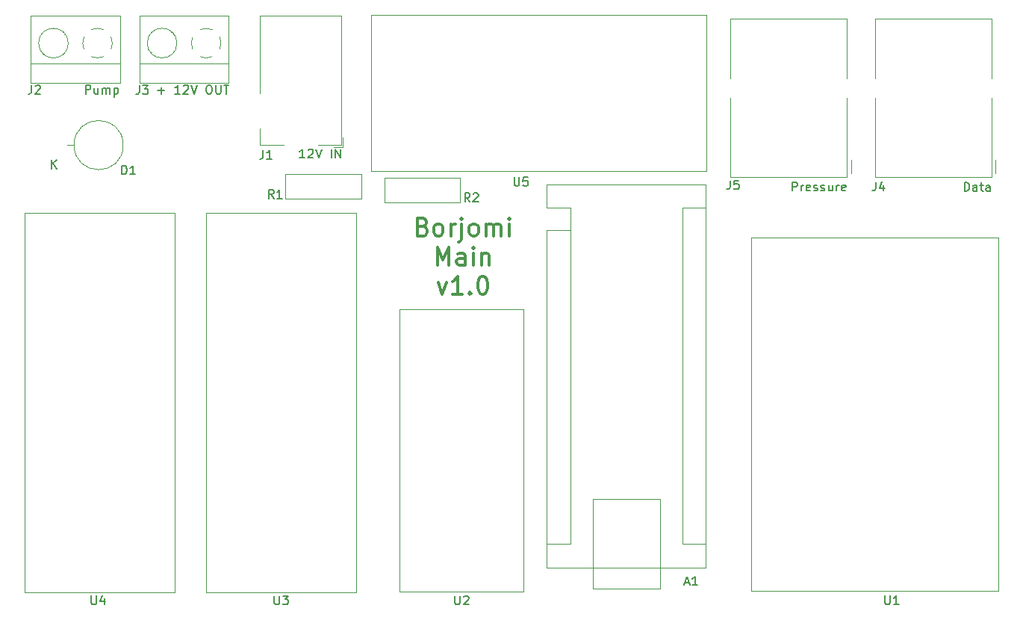
<source format=gto>
G04 #@! TF.GenerationSoftware,KiCad,Pcbnew,5.1.2-f72e74a~84~ubuntu18.04.1*
G04 #@! TF.CreationDate,2019-06-19T00:04:43+03:00*
G04 #@! TF.ProjectId,Borjomi-Main,426f726a-6f6d-4692-9d4d-61696e2e6b69,rev?*
G04 #@! TF.SameCoordinates,Original*
G04 #@! TF.FileFunction,Legend,Top*
G04 #@! TF.FilePolarity,Positive*
%FSLAX46Y46*%
G04 Gerber Fmt 4.6, Leading zero omitted, Abs format (unit mm)*
G04 Created by KiCad (PCBNEW 5.1.2-f72e74a~84~ubuntu18.04.1) date 2019-06-19 00:04:43*
%MOMM*%
%LPD*%
G04 APERTURE LIST*
%ADD10C,0.300000*%
%ADD11C,0.150000*%
%ADD12C,0.120000*%
%ADD13C,0.100000*%
G04 APERTURE END LIST*
D10*
X158311151Y-98903902D02*
X158596865Y-98999140D01*
X158692103Y-99094379D01*
X158787341Y-99284855D01*
X158787341Y-99570569D01*
X158692103Y-99761045D01*
X158596865Y-99856283D01*
X158406389Y-99951521D01*
X157644484Y-99951521D01*
X157644484Y-97951521D01*
X158311151Y-97951521D01*
X158501627Y-98046760D01*
X158596865Y-98141998D01*
X158692103Y-98332474D01*
X158692103Y-98522950D01*
X158596865Y-98713426D01*
X158501627Y-98808664D01*
X158311151Y-98903902D01*
X157644484Y-98903902D01*
X159930199Y-99951521D02*
X159739722Y-99856283D01*
X159644484Y-99761045D01*
X159549246Y-99570569D01*
X159549246Y-98999140D01*
X159644484Y-98808664D01*
X159739722Y-98713426D01*
X159930199Y-98618188D01*
X160215913Y-98618188D01*
X160406389Y-98713426D01*
X160501627Y-98808664D01*
X160596865Y-98999140D01*
X160596865Y-99570569D01*
X160501627Y-99761045D01*
X160406389Y-99856283D01*
X160215913Y-99951521D01*
X159930199Y-99951521D01*
X161454008Y-99951521D02*
X161454008Y-98618188D01*
X161454008Y-98999140D02*
X161549246Y-98808664D01*
X161644484Y-98713426D01*
X161834960Y-98618188D01*
X162025437Y-98618188D01*
X162692103Y-98618188D02*
X162692103Y-100332474D01*
X162596865Y-100522950D01*
X162406389Y-100618188D01*
X162311151Y-100618188D01*
X162692103Y-97951521D02*
X162596865Y-98046760D01*
X162692103Y-98141998D01*
X162787341Y-98046760D01*
X162692103Y-97951521D01*
X162692103Y-98141998D01*
X163930199Y-99951521D02*
X163739722Y-99856283D01*
X163644484Y-99761045D01*
X163549246Y-99570569D01*
X163549246Y-98999140D01*
X163644484Y-98808664D01*
X163739722Y-98713426D01*
X163930199Y-98618188D01*
X164215913Y-98618188D01*
X164406389Y-98713426D01*
X164501627Y-98808664D01*
X164596865Y-98999140D01*
X164596865Y-99570569D01*
X164501627Y-99761045D01*
X164406389Y-99856283D01*
X164215913Y-99951521D01*
X163930199Y-99951521D01*
X165454008Y-99951521D02*
X165454008Y-98618188D01*
X165454008Y-98808664D02*
X165549246Y-98713426D01*
X165739722Y-98618188D01*
X166025437Y-98618188D01*
X166215913Y-98713426D01*
X166311151Y-98903902D01*
X166311151Y-99951521D01*
X166311151Y-98903902D02*
X166406389Y-98713426D01*
X166596865Y-98618188D01*
X166882580Y-98618188D01*
X167073056Y-98713426D01*
X167168294Y-98903902D01*
X167168294Y-99951521D01*
X168120675Y-99951521D02*
X168120675Y-98618188D01*
X168120675Y-97951521D02*
X168025437Y-98046760D01*
X168120675Y-98141998D01*
X168215913Y-98046760D01*
X168120675Y-97951521D01*
X168120675Y-98141998D01*
X159930199Y-103251521D02*
X159930199Y-101251521D01*
X160596865Y-102680093D01*
X161263532Y-101251521D01*
X161263532Y-103251521D01*
X163073056Y-103251521D02*
X163073056Y-102203902D01*
X162977818Y-102013426D01*
X162787341Y-101918188D01*
X162406389Y-101918188D01*
X162215913Y-102013426D01*
X163073056Y-103156283D02*
X162882580Y-103251521D01*
X162406389Y-103251521D01*
X162215913Y-103156283D01*
X162120675Y-102965807D01*
X162120675Y-102775331D01*
X162215913Y-102584855D01*
X162406389Y-102489617D01*
X162882580Y-102489617D01*
X163073056Y-102394379D01*
X164025437Y-103251521D02*
X164025437Y-101918188D01*
X164025437Y-101251521D02*
X163930199Y-101346760D01*
X164025437Y-101441998D01*
X164120675Y-101346760D01*
X164025437Y-101251521D01*
X164025437Y-101441998D01*
X164977818Y-101918188D02*
X164977818Y-103251521D01*
X164977818Y-102108664D02*
X165073056Y-102013426D01*
X165263532Y-101918188D01*
X165549246Y-101918188D01*
X165739722Y-102013426D01*
X165834960Y-102203902D01*
X165834960Y-103251521D01*
X160025437Y-105218188D02*
X160501627Y-106551521D01*
X160977818Y-105218188D01*
X162787341Y-106551521D02*
X161644484Y-106551521D01*
X162215913Y-106551521D02*
X162215913Y-104551521D01*
X162025437Y-104837236D01*
X161834960Y-105027712D01*
X161644484Y-105122950D01*
X163644484Y-106361045D02*
X163739722Y-106456283D01*
X163644484Y-106551521D01*
X163549246Y-106456283D01*
X163644484Y-106361045D01*
X163644484Y-106551521D01*
X164977818Y-104551521D02*
X165168294Y-104551521D01*
X165358770Y-104646760D01*
X165454008Y-104741998D01*
X165549246Y-104932474D01*
X165644484Y-105313426D01*
X165644484Y-105789617D01*
X165549246Y-106170569D01*
X165454008Y-106361045D01*
X165358770Y-106456283D01*
X165168294Y-106551521D01*
X164977818Y-106551521D01*
X164787341Y-106456283D01*
X164692103Y-106361045D01*
X164596865Y-106170569D01*
X164501627Y-105789617D01*
X164501627Y-105313426D01*
X164596865Y-104932474D01*
X164692103Y-104741998D01*
X164787341Y-104646760D01*
X164977818Y-104551521D01*
D11*
X219700339Y-94881960D02*
X219700339Y-93881960D01*
X219938434Y-93881960D01*
X220081291Y-93929580D01*
X220176529Y-94024818D01*
X220224148Y-94120056D01*
X220271767Y-94310532D01*
X220271767Y-94453389D01*
X220224148Y-94643865D01*
X220176529Y-94739103D01*
X220081291Y-94834341D01*
X219938434Y-94881960D01*
X219700339Y-94881960D01*
X221128910Y-94881960D02*
X221128910Y-94358151D01*
X221081291Y-94262913D01*
X220986053Y-94215294D01*
X220795577Y-94215294D01*
X220700339Y-94262913D01*
X221128910Y-94834341D02*
X221033672Y-94881960D01*
X220795577Y-94881960D01*
X220700339Y-94834341D01*
X220652720Y-94739103D01*
X220652720Y-94643865D01*
X220700339Y-94548627D01*
X220795577Y-94501008D01*
X221033672Y-94501008D01*
X221128910Y-94453389D01*
X221462243Y-94215294D02*
X221843196Y-94215294D01*
X221605100Y-93881960D02*
X221605100Y-94739103D01*
X221652720Y-94834341D01*
X221747958Y-94881960D01*
X221843196Y-94881960D01*
X222605100Y-94881960D02*
X222605100Y-94358151D01*
X222557481Y-94262913D01*
X222462243Y-94215294D01*
X222271767Y-94215294D01*
X222176529Y-94262913D01*
X222605100Y-94834341D02*
X222509862Y-94881960D01*
X222271767Y-94881960D01*
X222176529Y-94834341D01*
X222128910Y-94739103D01*
X222128910Y-94643865D01*
X222176529Y-94548627D01*
X222271767Y-94501008D01*
X222509862Y-94501008D01*
X222605100Y-94453389D01*
X200200000Y-94846400D02*
X200200000Y-93846400D01*
X200580952Y-93846400D01*
X200676190Y-93894020D01*
X200723809Y-93941639D01*
X200771428Y-94036877D01*
X200771428Y-94179734D01*
X200723809Y-94274972D01*
X200676190Y-94322591D01*
X200580952Y-94370210D01*
X200200000Y-94370210D01*
X201200000Y-94846400D02*
X201200000Y-94179734D01*
X201200000Y-94370210D02*
X201247619Y-94274972D01*
X201295238Y-94227353D01*
X201390476Y-94179734D01*
X201485714Y-94179734D01*
X202200000Y-94798781D02*
X202104761Y-94846400D01*
X201914285Y-94846400D01*
X201819047Y-94798781D01*
X201771428Y-94703543D01*
X201771428Y-94322591D01*
X201819047Y-94227353D01*
X201914285Y-94179734D01*
X202104761Y-94179734D01*
X202200000Y-94227353D01*
X202247619Y-94322591D01*
X202247619Y-94417829D01*
X201771428Y-94513067D01*
X202628571Y-94798781D02*
X202723809Y-94846400D01*
X202914285Y-94846400D01*
X203009523Y-94798781D01*
X203057142Y-94703543D01*
X203057142Y-94655924D01*
X203009523Y-94560686D01*
X202914285Y-94513067D01*
X202771428Y-94513067D01*
X202676190Y-94465448D01*
X202628571Y-94370210D01*
X202628571Y-94322591D01*
X202676190Y-94227353D01*
X202771428Y-94179734D01*
X202914285Y-94179734D01*
X203009523Y-94227353D01*
X203438095Y-94798781D02*
X203533333Y-94846400D01*
X203723809Y-94846400D01*
X203819047Y-94798781D01*
X203866666Y-94703543D01*
X203866666Y-94655924D01*
X203819047Y-94560686D01*
X203723809Y-94513067D01*
X203580952Y-94513067D01*
X203485714Y-94465448D01*
X203438095Y-94370210D01*
X203438095Y-94322591D01*
X203485714Y-94227353D01*
X203580952Y-94179734D01*
X203723809Y-94179734D01*
X203819047Y-94227353D01*
X204723809Y-94179734D02*
X204723809Y-94846400D01*
X204295238Y-94179734D02*
X204295238Y-94703543D01*
X204342857Y-94798781D01*
X204438095Y-94846400D01*
X204580952Y-94846400D01*
X204676190Y-94798781D01*
X204723809Y-94751162D01*
X205200000Y-94846400D02*
X205200000Y-94179734D01*
X205200000Y-94370210D02*
X205247619Y-94274972D01*
X205295238Y-94227353D01*
X205390476Y-94179734D01*
X205485714Y-94179734D01*
X206200000Y-94798781D02*
X206104761Y-94846400D01*
X205914285Y-94846400D01*
X205819047Y-94798781D01*
X205771428Y-94703543D01*
X205771428Y-94322591D01*
X205819047Y-94227353D01*
X205914285Y-94179734D01*
X206104761Y-94179734D01*
X206200000Y-94227353D01*
X206247619Y-94322591D01*
X206247619Y-94417829D01*
X205771428Y-94513067D01*
X144905315Y-91122760D02*
X144333886Y-91122760D01*
X144619600Y-91122760D02*
X144619600Y-90122760D01*
X144524362Y-90265618D01*
X144429124Y-90360856D01*
X144333886Y-90408475D01*
X145286267Y-90217999D02*
X145333886Y-90170380D01*
X145429124Y-90122760D01*
X145667220Y-90122760D01*
X145762458Y-90170380D01*
X145810077Y-90217999D01*
X145857696Y-90313237D01*
X145857696Y-90408475D01*
X145810077Y-90551332D01*
X145238648Y-91122760D01*
X145857696Y-91122760D01*
X146143410Y-90122760D02*
X146476743Y-91122760D01*
X146810077Y-90122760D01*
X147905315Y-91122760D02*
X147905315Y-90122760D01*
X148381505Y-91122760D02*
X148381505Y-90122760D01*
X148952934Y-91122760D01*
X148952934Y-90122760D01*
X128254619Y-83474868D02*
X129016523Y-83474868D01*
X128635571Y-83855820D02*
X128635571Y-83093916D01*
X130778428Y-83855820D02*
X130207000Y-83855820D01*
X130492714Y-83855820D02*
X130492714Y-82855820D01*
X130397476Y-82998678D01*
X130302238Y-83093916D01*
X130207000Y-83141535D01*
X131159380Y-82951059D02*
X131207000Y-82903440D01*
X131302238Y-82855820D01*
X131540333Y-82855820D01*
X131635571Y-82903440D01*
X131683190Y-82951059D01*
X131730809Y-83046297D01*
X131730809Y-83141535D01*
X131683190Y-83284392D01*
X131111761Y-83855820D01*
X131730809Y-83855820D01*
X132016523Y-82855820D02*
X132349857Y-83855820D01*
X132683190Y-82855820D01*
X133968904Y-82855820D02*
X134159380Y-82855820D01*
X134254619Y-82903440D01*
X134349857Y-82998678D01*
X134397476Y-83189154D01*
X134397476Y-83522487D01*
X134349857Y-83712963D01*
X134254619Y-83808201D01*
X134159380Y-83855820D01*
X133968904Y-83855820D01*
X133873666Y-83808201D01*
X133778428Y-83712963D01*
X133730809Y-83522487D01*
X133730809Y-83189154D01*
X133778428Y-82998678D01*
X133873666Y-82903440D01*
X133968904Y-82855820D01*
X134826047Y-82855820D02*
X134826047Y-83665344D01*
X134873666Y-83760582D01*
X134921285Y-83808201D01*
X135016523Y-83855820D01*
X135207000Y-83855820D01*
X135302238Y-83808201D01*
X135349857Y-83760582D01*
X135397476Y-83665344D01*
X135397476Y-82855820D01*
X135730809Y-82855820D02*
X136302238Y-82855820D01*
X136016523Y-83855820D02*
X136016523Y-82855820D01*
X120051106Y-83853280D02*
X120051106Y-82853280D01*
X120432059Y-82853280D01*
X120527297Y-82900900D01*
X120574916Y-82948519D01*
X120622535Y-83043757D01*
X120622535Y-83186614D01*
X120574916Y-83281852D01*
X120527297Y-83329471D01*
X120432059Y-83377090D01*
X120051106Y-83377090D01*
X121479678Y-83186614D02*
X121479678Y-83853280D01*
X121051106Y-83186614D02*
X121051106Y-83710423D01*
X121098725Y-83805661D01*
X121193963Y-83853280D01*
X121336820Y-83853280D01*
X121432059Y-83805661D01*
X121479678Y-83758042D01*
X121955868Y-83853280D02*
X121955868Y-83186614D01*
X121955868Y-83281852D02*
X122003487Y-83234233D01*
X122098725Y-83186614D01*
X122241582Y-83186614D01*
X122336820Y-83234233D01*
X122384440Y-83329471D01*
X122384440Y-83853280D01*
X122384440Y-83329471D02*
X122432059Y-83234233D01*
X122527297Y-83186614D01*
X122670154Y-83186614D01*
X122765392Y-83234233D01*
X122813011Y-83329471D01*
X122813011Y-83853280D01*
X123289201Y-83186614D02*
X123289201Y-84186614D01*
X123289201Y-83234233D02*
X123384440Y-83186614D01*
X123574916Y-83186614D01*
X123670154Y-83234233D01*
X123717773Y-83281852D01*
X123765392Y-83377090D01*
X123765392Y-83662804D01*
X123717773Y-83758042D01*
X123670154Y-83805661D01*
X123574916Y-83853280D01*
X123384440Y-83853280D01*
X123289201Y-83805661D01*
D12*
X149032020Y-89685700D02*
X146432020Y-89685700D01*
X149032020Y-74985700D02*
X149032020Y-89685700D01*
X139832020Y-89685700D02*
X139832020Y-87785700D01*
X142532020Y-89685700D02*
X139832020Y-89685700D01*
X139832020Y-74985700D02*
X149032020Y-74985700D01*
X139832020Y-83785700D02*
X139832020Y-74985700D01*
X149232020Y-88835700D02*
X149232020Y-89885700D01*
X148182020Y-89885700D02*
X149232020Y-89885700D01*
X175006000Y-99314000D02*
X175006000Y-96774000D01*
X175006000Y-96774000D02*
X172336000Y-96774000D01*
X172336000Y-99314000D02*
X172336000Y-137544000D01*
X172336000Y-94104000D02*
X172336000Y-96774000D01*
X187706000Y-96774000D02*
X190376000Y-96774000D01*
X187706000Y-96774000D02*
X187706000Y-134874000D01*
X187706000Y-134874000D02*
X190376000Y-134874000D01*
X175006000Y-99314000D02*
X172336000Y-99314000D01*
X175006000Y-99314000D02*
X175006000Y-134874000D01*
X175006000Y-134874000D02*
X172336000Y-134874000D01*
X172336000Y-137544000D02*
X190376000Y-137544000D01*
X190376000Y-137544000D02*
X190376000Y-94104000D01*
X190376000Y-94104000D02*
X172336000Y-94104000D01*
D13*
X177546000Y-139954000D02*
X177546000Y-129794000D01*
X185166000Y-139954000D02*
X177546000Y-139954000D01*
X185166000Y-129794000D02*
X185166000Y-139954000D01*
X177546000Y-129794000D02*
X185166000Y-129794000D01*
D12*
X124324000Y-89662000D02*
G75*
G03X124324000Y-89662000I-2785000J0D01*
G01*
X118754000Y-89662000D02*
X117959000Y-89662000D01*
X120728682Y-76570244D02*
G75*
G02X121412000Y-76425000I683318J-1534756D01*
G01*
X119876574Y-78788042D02*
G75*
G02X119877000Y-77421000I1535426J683042D01*
G01*
X122095042Y-79640426D02*
G75*
G02X120728000Y-79640000I-683042J1535426D01*
G01*
X122947426Y-77421958D02*
G75*
G02X122947000Y-78789000I-1535426J-683042D01*
G01*
X121383195Y-76424747D02*
G75*
G02X122096000Y-76570000I28805J-1680253D01*
G01*
X118092000Y-78105000D02*
G75*
G03X118092000Y-78105000I-1680000J0D01*
G01*
X123972000Y-75005000D02*
X113852000Y-75005000D01*
X123972000Y-80406000D02*
X113852000Y-80406000D01*
X123972000Y-82605000D02*
X113852000Y-82605000D01*
X123972000Y-82605000D02*
X123972000Y-75005000D01*
X113852000Y-82605000D02*
X113852000Y-75005000D01*
X115137000Y-79174000D02*
X115184000Y-79128000D01*
X117446000Y-76866000D02*
X117481000Y-76831000D01*
X115342000Y-79380000D02*
X115377000Y-79344000D01*
X117639000Y-77082000D02*
X117686000Y-77036000D01*
X129958000Y-77082000D02*
X130005000Y-77036000D01*
X127661000Y-79380000D02*
X127696000Y-79344000D01*
X129765000Y-76866000D02*
X129800000Y-76831000D01*
X127456000Y-79174000D02*
X127503000Y-79128000D01*
X126171000Y-82605000D02*
X126171000Y-75005000D01*
X136291000Y-82605000D02*
X136291000Y-75005000D01*
X136291000Y-82605000D02*
X126171000Y-82605000D01*
X136291000Y-80406000D02*
X126171000Y-80406000D01*
X136291000Y-75005000D02*
X126171000Y-75005000D01*
X130411000Y-78105000D02*
G75*
G03X130411000Y-78105000I-1680000J0D01*
G01*
X133702195Y-76424747D02*
G75*
G02X134415000Y-76570000I28805J-1680253D01*
G01*
X135266426Y-77421958D02*
G75*
G02X135266000Y-78789000I-1535426J-683042D01*
G01*
X134414042Y-79640426D02*
G75*
G02X133047000Y-79640000I-683042J1535426D01*
G01*
X132195574Y-78788042D02*
G75*
G02X132196000Y-77421000I1535426J683042D01*
G01*
X133047682Y-76570244D02*
G75*
G02X133731000Y-76425000I683318J-1534756D01*
G01*
X223229000Y-91305000D02*
X223229000Y-92835000D01*
X222759000Y-84285000D02*
X222759000Y-93305000D01*
D13*
X222759000Y-84355000D02*
X222759000Y-84285000D01*
D12*
X222759000Y-75305000D02*
X222759000Y-82085000D01*
X209559000Y-75305000D02*
X222759000Y-75305000D01*
D13*
X209559000Y-75315000D02*
X209559000Y-75305000D01*
D12*
X209559000Y-75305000D02*
X209559000Y-82085000D01*
D13*
X209559000Y-75425000D02*
X209559000Y-75305000D01*
D12*
X209559000Y-93305000D02*
X209559000Y-84285000D01*
X222759000Y-93305000D02*
X209559000Y-93305000D01*
X206376000Y-93305000D02*
X193176000Y-93305000D01*
X193176000Y-93305000D02*
X193176000Y-84285000D01*
D13*
X193176000Y-75425000D02*
X193176000Y-75305000D01*
D12*
X193176000Y-75305000D02*
X193176000Y-82085000D01*
D13*
X193176000Y-75315000D02*
X193176000Y-75305000D01*
D12*
X193176000Y-75305000D02*
X206376000Y-75305000D01*
X206376000Y-75305000D02*
X206376000Y-82085000D01*
D13*
X206376000Y-84355000D02*
X206376000Y-84285000D01*
D12*
X206376000Y-84285000D02*
X206376000Y-93305000D01*
X206846000Y-91305000D02*
X206846000Y-92835000D01*
X142722980Y-95761160D02*
X142722980Y-92981160D01*
X151342980Y-95761160D02*
X151342980Y-92981160D01*
X151342980Y-92981160D02*
X142722980Y-92981160D01*
X151342980Y-95761160D02*
X142722980Y-95761160D01*
X162534220Y-96185340D02*
X153914220Y-96185340D01*
X162534220Y-93405340D02*
X153914220Y-93405340D01*
X162534220Y-96185340D02*
X162534220Y-93405340D01*
X153914220Y-96185340D02*
X153914220Y-93405340D01*
X223550000Y-140176000D02*
X223550000Y-100176000D01*
X195550000Y-100176000D02*
X223550000Y-100176000D01*
X195550000Y-140176000D02*
X195550000Y-100176000D01*
X195550000Y-140176000D02*
X223550000Y-140176000D01*
X155687000Y-140287000D02*
X155687000Y-108287000D01*
X169687000Y-140287000D02*
X169687000Y-108287000D01*
X169687000Y-140287000D02*
X155687000Y-140287000D01*
X155687000Y-108287000D02*
X169687000Y-108287000D01*
D13*
X133740000Y-140372000D02*
X133740000Y-97372000D01*
X133740000Y-97372000D02*
X150740000Y-97372000D01*
X150740000Y-140372000D02*
X150740000Y-97372000D01*
X133740000Y-140372000D02*
X150740000Y-140372000D01*
X113166000Y-140372000D02*
X130166000Y-140372000D01*
X130166000Y-140372000D02*
X130166000Y-97372000D01*
X113166000Y-97372000D02*
X130166000Y-97372000D01*
X113166000Y-140372000D02*
X113166000Y-97372000D01*
D12*
X190468000Y-92583000D02*
X152468000Y-92583000D01*
X190468000Y-74913000D02*
X152468000Y-74913000D01*
X190468000Y-92583000D02*
X190468000Y-74913000D01*
X152468000Y-92583000D02*
X152468000Y-74913000D01*
D11*
X140187086Y-90214200D02*
X140187086Y-90928486D01*
X140139467Y-91071343D01*
X140044229Y-91166581D01*
X139901372Y-91214200D01*
X139806134Y-91214200D01*
X141187086Y-91214200D02*
X140615658Y-91214200D01*
X140901372Y-91214200D02*
X140901372Y-90214200D01*
X140806134Y-90357058D01*
X140710896Y-90452296D01*
X140615658Y-90499915D01*
X187997554Y-139264686D02*
X188473744Y-139264686D01*
X187902316Y-139550400D02*
X188235649Y-138550400D01*
X188568982Y-139550400D01*
X189426125Y-139550400D02*
X188854697Y-139550400D01*
X189140411Y-139550400D02*
X189140411Y-138550400D01*
X189045173Y-138693258D01*
X188949935Y-138788496D01*
X188854697Y-138836115D01*
X124166404Y-92987120D02*
X124166404Y-91987120D01*
X124404500Y-91987120D01*
X124547357Y-92034740D01*
X124642595Y-92129978D01*
X124690214Y-92225216D01*
X124737833Y-92415692D01*
X124737833Y-92558549D01*
X124690214Y-92749025D01*
X124642595Y-92844263D01*
X124547357Y-92939501D01*
X124404500Y-92987120D01*
X124166404Y-92987120D01*
X125690214Y-92987120D02*
X125118785Y-92987120D01*
X125404500Y-92987120D02*
X125404500Y-91987120D01*
X125309261Y-92129978D01*
X125214023Y-92225216D01*
X125118785Y-92272835D01*
X116197095Y-92314380D02*
X116197095Y-91314380D01*
X116768523Y-92314380D02*
X116339952Y-91742952D01*
X116768523Y-91314380D02*
X116197095Y-91885809D01*
X113920946Y-82886300D02*
X113920946Y-83600586D01*
X113873327Y-83743443D01*
X113778089Y-83838681D01*
X113635232Y-83886300D01*
X113539994Y-83886300D01*
X114349518Y-82981539D02*
X114397137Y-82933920D01*
X114492375Y-82886300D01*
X114730470Y-82886300D01*
X114825708Y-82933920D01*
X114873327Y-82981539D01*
X114920946Y-83076777D01*
X114920946Y-83172015D01*
X114873327Y-83314872D01*
X114301899Y-83886300D01*
X114920946Y-83886300D01*
X126148506Y-82901540D02*
X126148506Y-83615826D01*
X126100887Y-83758683D01*
X126005649Y-83853921D01*
X125862792Y-83901540D01*
X125767554Y-83901540D01*
X126529459Y-82901540D02*
X127148506Y-82901540D01*
X126815173Y-83282493D01*
X126958030Y-83282493D01*
X127053268Y-83330112D01*
X127100887Y-83377731D01*
X127148506Y-83472969D01*
X127148506Y-83711064D01*
X127100887Y-83806302D01*
X127053268Y-83853921D01*
X126958030Y-83901540D01*
X126672316Y-83901540D01*
X126577078Y-83853921D01*
X126529459Y-83806302D01*
X209648466Y-93846400D02*
X209648466Y-94560686D01*
X209600847Y-94703543D01*
X209505609Y-94798781D01*
X209362752Y-94846400D01*
X209267514Y-94846400D01*
X210553228Y-94179734D02*
X210553228Y-94846400D01*
X210315133Y-93798781D02*
X210077038Y-94513067D01*
X210696085Y-94513067D01*
X193143546Y-93681300D02*
X193143546Y-94395586D01*
X193095927Y-94538443D01*
X193000689Y-94633681D01*
X192857832Y-94681300D01*
X192762594Y-94681300D01*
X194095927Y-93681300D02*
X193619737Y-93681300D01*
X193572118Y-94157491D01*
X193619737Y-94109872D01*
X193714975Y-94062253D01*
X193953070Y-94062253D01*
X194048308Y-94109872D01*
X194095927Y-94157491D01*
X194143546Y-94252729D01*
X194143546Y-94490824D01*
X194095927Y-94586062D01*
X194048308Y-94633681D01*
X193953070Y-94681300D01*
X193714975Y-94681300D01*
X193619737Y-94633681D01*
X193572118Y-94586062D01*
X141390073Y-95699840D02*
X141056740Y-95223650D01*
X140818644Y-95699840D02*
X140818644Y-94699840D01*
X141199597Y-94699840D01*
X141294835Y-94747460D01*
X141342454Y-94795079D01*
X141390073Y-94890317D01*
X141390073Y-95033174D01*
X141342454Y-95128412D01*
X141294835Y-95176031D01*
X141199597Y-95223650D01*
X140818644Y-95223650D01*
X142342454Y-95699840D02*
X141771025Y-95699840D01*
X142056740Y-95699840D02*
X142056740Y-94699840D01*
X141961501Y-94842698D01*
X141866263Y-94937936D01*
X141771025Y-94985555D01*
X163637933Y-96098620D02*
X163304600Y-95622430D01*
X163066504Y-96098620D02*
X163066504Y-95098620D01*
X163447457Y-95098620D01*
X163542695Y-95146240D01*
X163590314Y-95193859D01*
X163637933Y-95289097D01*
X163637933Y-95431954D01*
X163590314Y-95527192D01*
X163542695Y-95574811D01*
X163447457Y-95622430D01*
X163066504Y-95622430D01*
X164018885Y-95193859D02*
X164066504Y-95146240D01*
X164161742Y-95098620D01*
X164399838Y-95098620D01*
X164495076Y-95146240D01*
X164542695Y-95193859D01*
X164590314Y-95289097D01*
X164590314Y-95384335D01*
X164542695Y-95527192D01*
X163971266Y-96098620D01*
X164590314Y-96098620D01*
X210682935Y-140734800D02*
X210682935Y-141544324D01*
X210730554Y-141639562D01*
X210778173Y-141687181D01*
X210873411Y-141734800D01*
X211063887Y-141734800D01*
X211159125Y-141687181D01*
X211206744Y-141639562D01*
X211254363Y-141544324D01*
X211254363Y-140734800D01*
X212254363Y-141734800D02*
X211682935Y-141734800D01*
X211968649Y-141734800D02*
X211968649Y-140734800D01*
X211873411Y-140877658D01*
X211778173Y-140972896D01*
X211682935Y-141020515D01*
X161937795Y-140742420D02*
X161937795Y-141551944D01*
X161985414Y-141647182D01*
X162033033Y-141694801D01*
X162128271Y-141742420D01*
X162318747Y-141742420D01*
X162413985Y-141694801D01*
X162461604Y-141647182D01*
X162509223Y-141551944D01*
X162509223Y-140742420D01*
X162937795Y-140837659D02*
X162985414Y-140790040D01*
X163080652Y-140742420D01*
X163318747Y-140742420D01*
X163413985Y-140790040D01*
X163461604Y-140837659D01*
X163509223Y-140932897D01*
X163509223Y-141028135D01*
X163461604Y-141170992D01*
X162890176Y-141742420D01*
X163509223Y-141742420D01*
X141462855Y-140742420D02*
X141462855Y-141551944D01*
X141510474Y-141647182D01*
X141558093Y-141694801D01*
X141653331Y-141742420D01*
X141843807Y-141742420D01*
X141939045Y-141694801D01*
X141986664Y-141647182D01*
X142034283Y-141551944D01*
X142034283Y-140742420D01*
X142415236Y-140742420D02*
X143034283Y-140742420D01*
X142700950Y-141123373D01*
X142843807Y-141123373D01*
X142939045Y-141170992D01*
X142986664Y-141218611D01*
X143034283Y-141313849D01*
X143034283Y-141551944D01*
X142986664Y-141647182D01*
X142939045Y-141694801D01*
X142843807Y-141742420D01*
X142558093Y-141742420D01*
X142462855Y-141694801D01*
X142415236Y-141647182D01*
X120713595Y-140729720D02*
X120713595Y-141539244D01*
X120761214Y-141634482D01*
X120808833Y-141682101D01*
X120904071Y-141729720D01*
X121094547Y-141729720D01*
X121189785Y-141682101D01*
X121237404Y-141634482D01*
X121285023Y-141539244D01*
X121285023Y-140729720D01*
X122189785Y-141063054D02*
X122189785Y-141729720D01*
X121951690Y-140682101D02*
X121713595Y-141396387D01*
X122332642Y-141396387D01*
X168656095Y-93305380D02*
X168656095Y-94114904D01*
X168703714Y-94210142D01*
X168751333Y-94257761D01*
X168846571Y-94305380D01*
X169037047Y-94305380D01*
X169132285Y-94257761D01*
X169179904Y-94210142D01*
X169227523Y-94114904D01*
X169227523Y-93305380D01*
X170179904Y-93305380D02*
X169703714Y-93305380D01*
X169656095Y-93781571D01*
X169703714Y-93733952D01*
X169798952Y-93686333D01*
X170037047Y-93686333D01*
X170132285Y-93733952D01*
X170179904Y-93781571D01*
X170227523Y-93876809D01*
X170227523Y-94114904D01*
X170179904Y-94210142D01*
X170132285Y-94257761D01*
X170037047Y-94305380D01*
X169798952Y-94305380D01*
X169703714Y-94257761D01*
X169656095Y-94210142D01*
M02*

</source>
